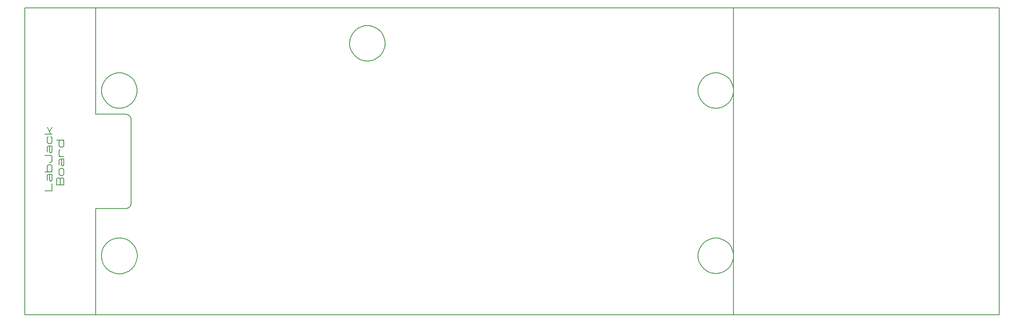
<source format=gbr>
G04 PROTEUS GERBER X2 FILE*
%TF.GenerationSoftware,Labcenter,Proteus,8.12-SP0-Build30713*%
%TF.CreationDate,2021-04-15T12:14:11+00:00*%
%TF.FileFunction,Other,Mechanical 3*%
%TF.FilePolarity,Positive*%
%TF.Part,Single*%
%TF.SameCoordinates,{5a193cc5-51b4-4a6d-ad6d-b15ded965af5}*%
%FSLAX26Y26*%
%MOIN*%
G01*
%TA.AperFunction,Profile*%
%ADD71C,0.008000*%
%TA.AperFunction,NonMaterial*%
%ADD55C,0.008000*%
%TD.AperFunction*%
D71*
X-2400000Y+300000D02*
X-2400000Y+1199213D01*
X-2400000Y+1200000D02*
X+5250000Y+1200000D01*
X+5250000Y-1400000D01*
X-2400000Y-1400000D01*
X-2400000Y-500000D01*
X-2100197Y+250646D02*
X-2099983Y-450000D01*
X-2400000Y-500000D02*
X-2150000Y-500000D01*
X-2100000Y-450000D02*
X-2100995Y-460223D01*
X-2103857Y-469678D01*
X-2108404Y-478180D01*
X-2114453Y-485547D01*
X-2121820Y-491595D01*
X-2130322Y-496143D01*
X-2139777Y-499005D01*
X-2150000Y-500000D01*
X-2150000Y+300000D02*
X-2139777Y+299005D01*
X-2130322Y+296143D01*
X-2121820Y+291595D01*
X-2114453Y+285547D01*
X-2108404Y+278180D01*
X-2103857Y+269678D01*
X-2100995Y+260223D01*
X-2100000Y+250000D01*
X-2400000Y+300000D02*
X-2150000Y+300000D01*
D55*
X-3000000Y-1400000D02*
X+3000000Y-1400000D01*
X+3000000Y+1200000D01*
X-3000000Y+1200000D01*
X-3000000Y-1400000D01*
X-2830000Y-350000D02*
X-2770000Y-350000D01*
X-2770000Y-290000D01*
X-2810000Y-260000D02*
X-2810000Y-220000D01*
X-2800000Y-210000D01*
X-2770000Y-210000D01*
X-2770000Y-260000D01*
X-2780000Y-270000D01*
X-2790000Y-260000D01*
X-2790000Y-210000D01*
X-2800000Y-190000D02*
X-2810000Y-180000D01*
X-2810000Y-140000D01*
X-2800000Y-130000D01*
X-2780000Y-130000D01*
X-2770000Y-140000D01*
X-2770000Y-180000D01*
X-2780000Y-190000D01*
X-2770000Y-190000D02*
X-2830000Y-190000D01*
X-2790000Y-110000D02*
X-2780000Y-110000D01*
X-2770000Y-100000D01*
X-2770000Y-60000D01*
X-2780000Y-50000D01*
X-2830000Y-50000D01*
X-2810000Y-20000D02*
X-2810000Y+20000D01*
X-2800000Y+30000D01*
X-2770000Y+30000D01*
X-2770000Y-20000D01*
X-2780000Y-30000D01*
X-2790000Y-20000D01*
X-2790000Y+30000D01*
X-2800000Y+110000D02*
X-2810000Y+100000D01*
X-2810000Y+60000D01*
X-2800000Y+50000D01*
X-2780000Y+50000D01*
X-2770000Y+60000D01*
X-2770000Y+100000D01*
X-2780000Y+110000D01*
X-2830000Y+130000D02*
X-2770000Y+130000D01*
X-2780000Y+130000D02*
X-2810000Y+190000D01*
X-2790000Y+150000D02*
X-2770000Y+190000D01*
X-2050000Y+500000D02*
X-2050473Y+511904D01*
X-2054313Y+535713D01*
X-2062315Y+559522D01*
X-2075277Y+583331D01*
X-2095008Y+607129D01*
X-2118817Y+626132D01*
X-2142626Y+638594D01*
X-2166435Y+646196D01*
X-2190244Y+649682D01*
X-2200000Y+650000D01*
X-2350000Y+500000D02*
X-2349527Y+511904D01*
X-2345687Y+535713D01*
X-2337685Y+559522D01*
X-2324723Y+583331D01*
X-2304992Y+607129D01*
X-2281183Y+626132D01*
X-2257374Y+638594D01*
X-2233565Y+646196D01*
X-2209756Y+649682D01*
X-2200000Y+650000D01*
X-2350000Y+500000D02*
X-2349527Y+488096D01*
X-2345687Y+464287D01*
X-2337685Y+440478D01*
X-2324723Y+416669D01*
X-2304992Y+392871D01*
X-2281183Y+373868D01*
X-2257374Y+361406D01*
X-2233565Y+353804D01*
X-2209756Y+350318D01*
X-2200000Y+350000D01*
X-2050000Y+500000D02*
X-2050473Y+488096D01*
X-2054313Y+464287D01*
X-2062315Y+440478D01*
X-2075277Y+416669D01*
X-2095008Y+392871D01*
X-2118817Y+373868D01*
X-2142626Y+361406D01*
X-2166435Y+353804D01*
X-2190244Y+350318D01*
X-2200000Y+350000D01*
X+50000Y+900000D02*
X+49527Y+911904D01*
X+45687Y+935713D01*
X+37685Y+959522D01*
X+24723Y+983331D01*
X+4992Y+1007129D01*
X-18817Y+1026132D01*
X-42626Y+1038594D01*
X-66435Y+1046196D01*
X-90244Y+1049682D01*
X-100000Y+1050000D01*
X-250000Y+900000D02*
X-249527Y+911904D01*
X-245687Y+935713D01*
X-237685Y+959522D01*
X-224723Y+983331D01*
X-204992Y+1007129D01*
X-181183Y+1026132D01*
X-157374Y+1038594D01*
X-133565Y+1046196D01*
X-109756Y+1049682D01*
X-100000Y+1050000D01*
X-250000Y+900000D02*
X-249527Y+888096D01*
X-245687Y+864287D01*
X-237685Y+840478D01*
X-224723Y+816669D01*
X-204992Y+792871D01*
X-181183Y+773868D01*
X-157374Y+761406D01*
X-133565Y+753804D01*
X-109756Y+750318D01*
X-100000Y+750000D01*
X+50000Y+900000D02*
X+49527Y+888096D01*
X+45687Y+864287D01*
X+37685Y+840478D01*
X+24723Y+816669D01*
X+4992Y+792871D01*
X-18817Y+773868D01*
X-42626Y+761406D01*
X-66435Y+753804D01*
X-90244Y+750318D01*
X-100000Y+750000D01*
X+3000000Y+500000D02*
X+2999527Y+511904D01*
X+2995687Y+535713D01*
X+2987685Y+559522D01*
X+2974723Y+583331D01*
X+2954992Y+607129D01*
X+2931183Y+626132D01*
X+2907374Y+638594D01*
X+2883565Y+646196D01*
X+2859756Y+649682D01*
X+2850000Y+650000D01*
X+2700000Y+500000D02*
X+2700473Y+511904D01*
X+2704313Y+535713D01*
X+2712315Y+559522D01*
X+2725277Y+583331D01*
X+2745008Y+607129D01*
X+2768817Y+626132D01*
X+2792626Y+638594D01*
X+2816435Y+646196D01*
X+2840244Y+649682D01*
X+2850000Y+650000D01*
X+2700000Y+500000D02*
X+2700473Y+488096D01*
X+2704313Y+464287D01*
X+2712315Y+440478D01*
X+2725277Y+416669D01*
X+2745008Y+392871D01*
X+2768817Y+373868D01*
X+2792626Y+361406D01*
X+2816435Y+353804D01*
X+2840244Y+350318D01*
X+2850000Y+350000D01*
X+3000000Y+500000D02*
X+2999527Y+488096D01*
X+2995687Y+464287D01*
X+2987685Y+440478D01*
X+2974723Y+416669D01*
X+2954992Y+392871D01*
X+2931183Y+373868D01*
X+2907374Y+361406D01*
X+2883565Y+353804D01*
X+2859756Y+350318D01*
X+2850000Y+350000D01*
X+3000000Y-900000D02*
X+2999527Y-888096D01*
X+2995687Y-864287D01*
X+2987685Y-840478D01*
X+2974723Y-816669D01*
X+2954992Y-792871D01*
X+2931183Y-773868D01*
X+2907374Y-761406D01*
X+2883565Y-753804D01*
X+2859756Y-750318D01*
X+2850000Y-750000D01*
X+2700000Y-900000D02*
X+2700473Y-888096D01*
X+2704313Y-864287D01*
X+2712315Y-840478D01*
X+2725277Y-816669D01*
X+2745008Y-792871D01*
X+2768817Y-773868D01*
X+2792626Y-761406D01*
X+2816435Y-753804D01*
X+2840244Y-750318D01*
X+2850000Y-750000D01*
X+2700000Y-900000D02*
X+2700473Y-911904D01*
X+2704313Y-935713D01*
X+2712315Y-959522D01*
X+2725277Y-983331D01*
X+2745008Y-1007129D01*
X+2768817Y-1026132D01*
X+2792626Y-1038594D01*
X+2816435Y-1046196D01*
X+2840244Y-1049682D01*
X+2850000Y-1050000D01*
X+3000000Y-900000D02*
X+2999527Y-911904D01*
X+2995687Y-935713D01*
X+2987685Y-959522D01*
X+2974723Y-983331D01*
X+2954992Y-1007129D01*
X+2931183Y-1026132D01*
X+2907374Y-1038594D01*
X+2883565Y-1046196D01*
X+2859756Y-1049682D01*
X+2850000Y-1050000D01*
X-2047931Y-900000D02*
X-2048410Y-887940D01*
X-2052298Y-863818D01*
X-2060399Y-839696D01*
X-2073520Y-815574D01*
X-2093490Y-791462D01*
X-2117612Y-772183D01*
X-2141734Y-759536D01*
X-2165856Y-751814D01*
X-2189978Y-748262D01*
X-2200000Y-747931D01*
X-2352069Y-900000D02*
X-2351590Y-887940D01*
X-2347702Y-863818D01*
X-2339601Y-839696D01*
X-2326480Y-815574D01*
X-2306510Y-791462D01*
X-2282388Y-772183D01*
X-2258266Y-759536D01*
X-2234144Y-751814D01*
X-2210022Y-748262D01*
X-2200000Y-747931D01*
X-2352069Y-900000D02*
X-2351590Y-912060D01*
X-2347702Y-936182D01*
X-2339601Y-960304D01*
X-2326480Y-984426D01*
X-2306510Y-1008538D01*
X-2282388Y-1027817D01*
X-2258266Y-1040464D01*
X-2234144Y-1048186D01*
X-2210022Y-1051738D01*
X-2200000Y-1052069D01*
X-2047931Y-900000D02*
X-2048410Y-912060D01*
X-2052298Y-936182D01*
X-2060399Y-960304D01*
X-2073520Y-984426D01*
X-2093490Y-1008538D01*
X-2117612Y-1027817D01*
X-2141734Y-1040464D01*
X-2165856Y-1048186D01*
X-2189978Y-1051738D01*
X-2200000Y-1052069D01*
X-2670000Y-300000D02*
X-2730000Y-300000D01*
X-2730000Y-250000D01*
X-2720000Y-240000D01*
X-2710000Y-240000D01*
X-2700000Y-250000D01*
X-2690000Y-240000D01*
X-2680000Y-240000D01*
X-2670000Y-250000D01*
X-2670000Y-300000D01*
X-2700000Y-300000D02*
X-2700000Y-250000D01*
X-2700000Y-220000D02*
X-2710000Y-210000D01*
X-2710000Y-170000D01*
X-2700000Y-160000D01*
X-2680000Y-160000D01*
X-2670000Y-170000D01*
X-2670000Y-210000D01*
X-2680000Y-220000D01*
X-2700000Y-220000D01*
X-2710000Y-130000D02*
X-2710000Y-90000D01*
X-2700000Y-80000D01*
X-2670000Y-80000D01*
X-2670000Y-130000D01*
X-2680000Y-140000D01*
X-2690000Y-130000D01*
X-2690000Y-80000D01*
X-2670000Y-60000D02*
X-2710000Y-60000D01*
X-2700000Y-60000D02*
X-2710000Y-50000D01*
X-2710000Y-10000D01*
X-2700000Y+0D01*
X-2700000Y+80000D02*
X-2710000Y+70000D01*
X-2710000Y+30000D01*
X-2700000Y+20000D01*
X-2680000Y+20000D01*
X-2670000Y+30000D01*
X-2670000Y+70000D01*
X-2680000Y+80000D01*
X-2670000Y+80000D02*
X-2730000Y+80000D01*
M02*

</source>
